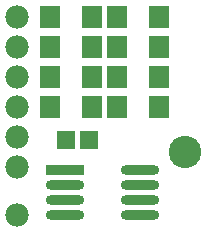
<source format=gts>
%FSLAX24Y24*%
%MOIN*%
G70*
G01*
G75*
%ADD10C,0.0700*%
%ADD11R,0.0600X0.0640*%
%ADD12C,0.1000*%
%ADD13R,0.0512X0.0551*%
%ADD14O,0.1200X0.0250*%
%ADD15R,0.1200X0.0250*%
%ADD16C,0.0200*%
%ADD17C,0.0100*%
%ADD18C,0.0079*%
%ADD19C,0.0780*%
%ADD20R,0.0680X0.0720*%
%ADD21C,0.1080*%
%ADD22R,0.0592X0.0631*%
%ADD23O,0.1280X0.0330*%
%ADD24R,0.1280X0.0330*%
D19*
X101600Y80200D02*
D03*
Y84200D02*
D03*
Y83200D02*
D03*
Y82200D02*
D03*
Y81200D02*
D03*
Y79200D02*
D03*
Y77600D02*
D03*
D20*
X102700Y84200D02*
D03*
X104100D02*
D03*
X104950D02*
D03*
X106350D02*
D03*
X102700Y83200D02*
D03*
X104100D02*
D03*
X104950D02*
D03*
X106350D02*
D03*
X102700Y82200D02*
D03*
X104100D02*
D03*
X104950D02*
D03*
X106350D02*
D03*
X102700Y81200D02*
D03*
X104100D02*
D03*
X104950D02*
D03*
X106350D02*
D03*
D21*
X107200Y79700D02*
D03*
D22*
X104000Y80100D02*
D03*
X103252D02*
D03*
D23*
X105700Y77600D02*
D03*
Y78100D02*
D03*
Y78600D02*
D03*
Y79100D02*
D03*
X103200Y77600D02*
D03*
Y78100D02*
D03*
Y78600D02*
D03*
D24*
Y79100D02*
D03*
M02*

</source>
